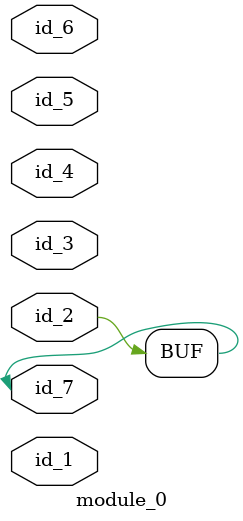
<source format=v>
module module_0 (
    id_1,
    id_2,
    id_3,
    id_4,
    id_5,
    id_6,
    id_7
);
  inout wire id_7;
  input wire id_6;
  inout wire id_5;
  inout wire id_4;
  input wire id_3;
  inout wire id_2;
  inout wire id_1;
  assign id_7 = id_2;
endmodule
module module_1 (
    id_1,
    id_2,
    id_3
);
  input wire id_3;
  input wire id_2;
  input wire id_1;
  assign id_4 = 1'h0 ^ 1 ^ id_3 ^ 1;
  module_0 modCall_1 (
      id_4,
      id_4,
      id_4,
      id_4,
      id_4,
      id_4,
      id_4
  );
endmodule

</source>
